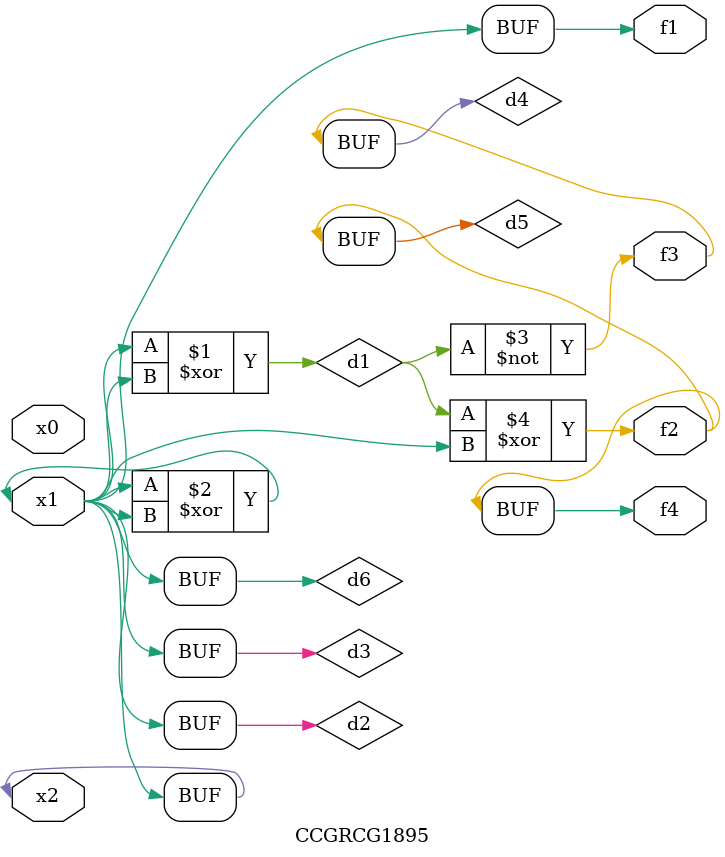
<source format=v>
module CCGRCG1895(
	input x0, x1, x2,
	output f1, f2, f3, f4
);

	wire d1, d2, d3, d4, d5, d6;

	xor (d1, x1, x2);
	buf (d2, x1, x2);
	xor (d3, x1, x2);
	nor (d4, d1);
	xor (d5, d1, d2);
	buf (d6, d2, d3);
	assign f1 = d6;
	assign f2 = d5;
	assign f3 = d4;
	assign f4 = d5;
endmodule

</source>
